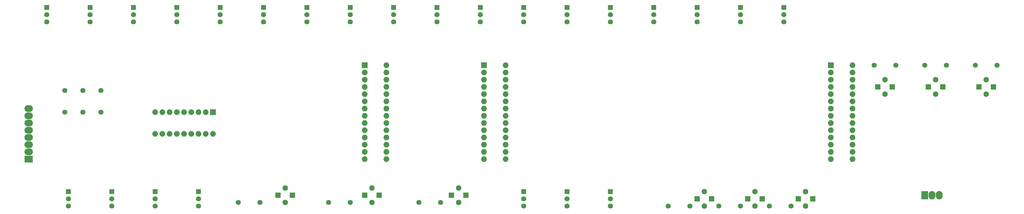
<source format=gbr>
G04 #@! TF.FileFunction,Soldermask,Top*
%FSLAX46Y46*%
G04 Gerber Fmt 4.6, Leading zero omitted, Abs format (unit mm)*
G04 Created by KiCad (PCBNEW 4.0.5) date 03/11/17 13:27:16*
%MOMM*%
%LPD*%
G01*
G04 APERTURE LIST*
%ADD10C,0.100000*%
%ADD11R,2.000000X2.000000*%
%ADD12O,2.000000X2.000000*%
%ADD13R,3.000000X2.400000*%
%ADD14O,3.000000X2.400000*%
%ADD15C,1.924000*%
%ADD16R,1.924000X1.924000*%
%ADD17R,1.797000X1.797000*%
%ADD18C,1.797000*%
%ADD19R,2.400000X3.000000*%
%ADD20O,2.400000X3.000000*%
G04 APERTURE END LIST*
D10*
D11*
X124460000Y-91440000D03*
D12*
X104140000Y-99060000D03*
X121920000Y-91440000D03*
X106680000Y-99060000D03*
X119380000Y-91440000D03*
X109220000Y-99060000D03*
X116840000Y-91440000D03*
X111760000Y-99060000D03*
X114300000Y-91440000D03*
X114300000Y-99060000D03*
X111760000Y-91440000D03*
X116840000Y-99060000D03*
X109220000Y-91440000D03*
X119380000Y-99060000D03*
X106680000Y-91440000D03*
X121920000Y-99060000D03*
X104140000Y-91440000D03*
X124460000Y-99060000D03*
D13*
X59690000Y-107950000D03*
D14*
X59690000Y-105410000D03*
X59690000Y-102870000D03*
X59690000Y-100330000D03*
X59690000Y-97790000D03*
X59690000Y-95250000D03*
X59690000Y-92710000D03*
X59690000Y-90170000D03*
D15*
X360680000Y-80010000D03*
X360680000Y-85090000D03*
D16*
X358140000Y-82550000D03*
X363220000Y-82550000D03*
D15*
X378460000Y-80010000D03*
X378460000Y-85090000D03*
D16*
X375920000Y-82550000D03*
X381000000Y-82550000D03*
D15*
X396240000Y-80010000D03*
X396240000Y-85090000D03*
D16*
X393700000Y-82550000D03*
X398780000Y-82550000D03*
D15*
X332740000Y-119380000D03*
X332740000Y-124460000D03*
D16*
X330200000Y-121920000D03*
X335280000Y-121920000D03*
D15*
X314960000Y-119380000D03*
X314960000Y-124460000D03*
D16*
X312420000Y-121920000D03*
X317500000Y-121920000D03*
D15*
X297180000Y-119380000D03*
X297180000Y-124460000D03*
D16*
X294640000Y-121920000D03*
X299720000Y-121920000D03*
D17*
X264160000Y-119380000D03*
D18*
X264160000Y-121920000D03*
X264160000Y-124460000D03*
D17*
X248920000Y-119380000D03*
D18*
X248920000Y-121920000D03*
X248920000Y-124460000D03*
D17*
X233680000Y-119380000D03*
D18*
X233680000Y-121920000D03*
X233680000Y-124460000D03*
D15*
X210820000Y-118110000D03*
X210820000Y-123190000D03*
D16*
X208280000Y-120650000D03*
X213360000Y-120650000D03*
D11*
X341630000Y-74930000D03*
D12*
X349250000Y-107950000D03*
X341630000Y-77470000D03*
X349250000Y-105410000D03*
X341630000Y-80010000D03*
X349250000Y-102870000D03*
X341630000Y-82550000D03*
X349250000Y-100330000D03*
X341630000Y-85090000D03*
X349250000Y-97790000D03*
X341630000Y-87630000D03*
X349250000Y-95250000D03*
X341630000Y-90170000D03*
X349250000Y-92710000D03*
X341630000Y-92710000D03*
X349250000Y-90170000D03*
X341630000Y-95250000D03*
X349250000Y-87630000D03*
X341630000Y-97790000D03*
X349250000Y-85090000D03*
X341630000Y-100330000D03*
X349250000Y-82550000D03*
X341630000Y-102870000D03*
X349250000Y-80010000D03*
X341630000Y-105410000D03*
X349250000Y-77470000D03*
X341630000Y-107950000D03*
X349250000Y-74930000D03*
D11*
X177800000Y-74930000D03*
D12*
X185420000Y-107950000D03*
X177800000Y-77470000D03*
X185420000Y-105410000D03*
X177800000Y-80010000D03*
X185420000Y-102870000D03*
X177800000Y-82550000D03*
X185420000Y-100330000D03*
X177800000Y-85090000D03*
X185420000Y-97790000D03*
X177800000Y-87630000D03*
X185420000Y-95250000D03*
X177800000Y-90170000D03*
X185420000Y-92710000D03*
X177800000Y-92710000D03*
X185420000Y-90170000D03*
X177800000Y-95250000D03*
X185420000Y-87630000D03*
X177800000Y-97790000D03*
X185420000Y-85090000D03*
X177800000Y-100330000D03*
X185420000Y-82550000D03*
X177800000Y-102870000D03*
X185420000Y-80010000D03*
X177800000Y-105410000D03*
X185420000Y-77470000D03*
X177800000Y-107950000D03*
X185420000Y-74930000D03*
D11*
X219710000Y-74930000D03*
D12*
X227330000Y-107950000D03*
X219710000Y-77470000D03*
X227330000Y-105410000D03*
X219710000Y-80010000D03*
X227330000Y-102870000D03*
X219710000Y-82550000D03*
X227330000Y-100330000D03*
X219710000Y-85090000D03*
X227330000Y-97790000D03*
X219710000Y-87630000D03*
X227330000Y-95250000D03*
X219710000Y-90170000D03*
X227330000Y-92710000D03*
X219710000Y-92710000D03*
X227330000Y-90170000D03*
X219710000Y-95250000D03*
X227330000Y-87630000D03*
X219710000Y-97790000D03*
X227330000Y-85090000D03*
X219710000Y-100330000D03*
X227330000Y-82550000D03*
X219710000Y-102870000D03*
X227330000Y-80010000D03*
X219710000Y-105410000D03*
X227330000Y-77470000D03*
X219710000Y-107950000D03*
X227330000Y-74930000D03*
D17*
X325120000Y-54610000D03*
D18*
X325120000Y-57150000D03*
X325120000Y-59690000D03*
D17*
X309880000Y-54610000D03*
D18*
X309880000Y-57150000D03*
X309880000Y-59690000D03*
D17*
X294640000Y-54610000D03*
D18*
X294640000Y-57150000D03*
X294640000Y-59690000D03*
D17*
X279400000Y-54610000D03*
D18*
X279400000Y-57150000D03*
X279400000Y-59690000D03*
D17*
X264160000Y-54610000D03*
D18*
X264160000Y-57150000D03*
X264160000Y-59690000D03*
D17*
X248920000Y-54610000D03*
D18*
X248920000Y-57150000D03*
X248920000Y-59690000D03*
D17*
X233680000Y-54610000D03*
D18*
X233680000Y-57150000D03*
X233680000Y-59690000D03*
D17*
X218440000Y-54610000D03*
D18*
X218440000Y-57150000D03*
X218440000Y-59690000D03*
D17*
X203200000Y-54610000D03*
D18*
X203200000Y-57150000D03*
X203200000Y-59690000D03*
D17*
X187960000Y-54610000D03*
D18*
X187960000Y-57150000D03*
X187960000Y-59690000D03*
D17*
X172720000Y-54610000D03*
D18*
X172720000Y-57150000D03*
X172720000Y-59690000D03*
D17*
X157480000Y-54610000D03*
D18*
X157480000Y-57150000D03*
X157480000Y-59690000D03*
D17*
X142240000Y-54610000D03*
D18*
X142240000Y-57150000D03*
X142240000Y-59690000D03*
D17*
X127000000Y-54610000D03*
D18*
X127000000Y-57150000D03*
X127000000Y-59690000D03*
D17*
X111760000Y-54610000D03*
D18*
X111760000Y-57150000D03*
X111760000Y-59690000D03*
D17*
X96520000Y-54610000D03*
D18*
X96520000Y-57150000D03*
X96520000Y-59690000D03*
D17*
X81280000Y-54610000D03*
D18*
X81280000Y-57150000D03*
X81280000Y-59690000D03*
D17*
X66040000Y-54610000D03*
D18*
X66040000Y-57150000D03*
X66040000Y-59690000D03*
X302260000Y-124460000D03*
X309880000Y-124460000D03*
X364490000Y-74930000D03*
X356870000Y-74930000D03*
X374650000Y-74930000D03*
X382270000Y-74930000D03*
X392430000Y-74930000D03*
X400050000Y-74930000D03*
X320040000Y-124460000D03*
X327660000Y-124460000D03*
X284480000Y-124460000D03*
X292100000Y-124460000D03*
X85090000Y-83820000D03*
X85090000Y-91440000D03*
X78740000Y-83820000D03*
X78740000Y-91440000D03*
X72390000Y-83820000D03*
X72390000Y-91440000D03*
X196850000Y-123190000D03*
X204470000Y-123190000D03*
X165100000Y-123190000D03*
X172720000Y-123190000D03*
X133350000Y-123190000D03*
X140970000Y-123190000D03*
D19*
X374650000Y-120650000D03*
D20*
X377190000Y-120650000D03*
X379730000Y-120650000D03*
D15*
X180340000Y-118110000D03*
X180340000Y-123190000D03*
D16*
X177800000Y-120650000D03*
X182880000Y-120650000D03*
D15*
X149860000Y-118110000D03*
X149860000Y-123190000D03*
D16*
X147320000Y-120650000D03*
X152400000Y-120650000D03*
D17*
X119380000Y-119380000D03*
D18*
X119380000Y-121920000D03*
X119380000Y-124460000D03*
D17*
X104140000Y-119380000D03*
D18*
X104140000Y-121920000D03*
X104140000Y-124460000D03*
D17*
X88900000Y-119380000D03*
D18*
X88900000Y-121920000D03*
X88900000Y-124460000D03*
D17*
X73660000Y-119380000D03*
D18*
X73660000Y-121920000D03*
X73660000Y-124460000D03*
M02*

</source>
